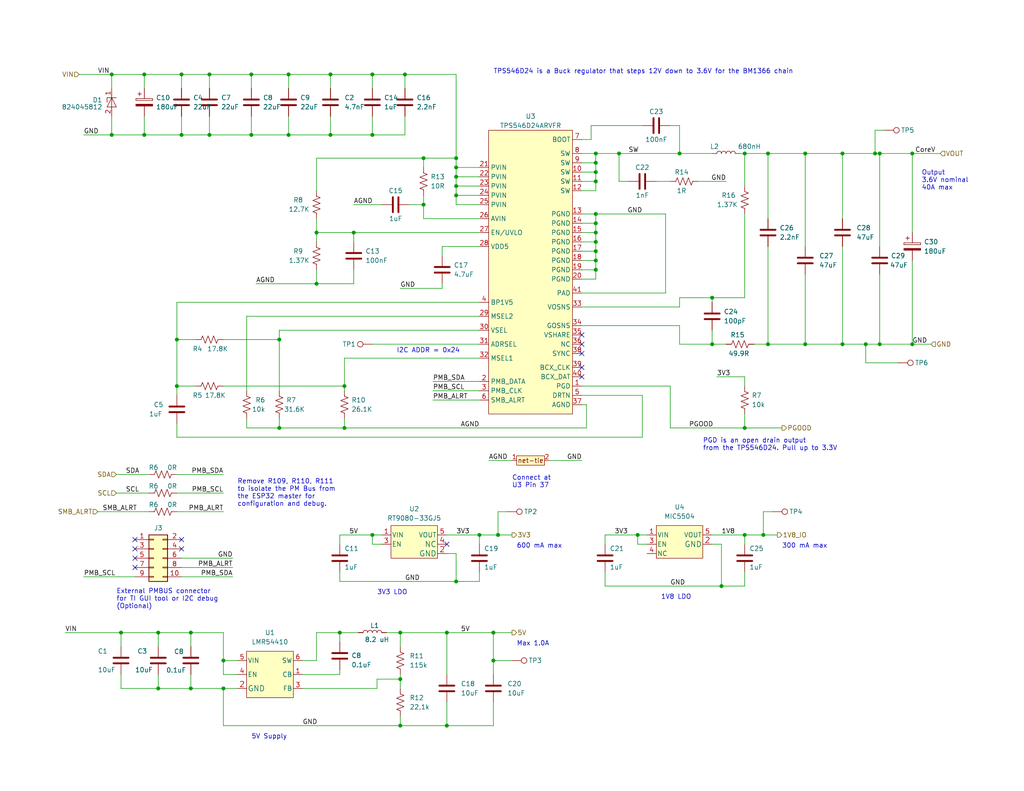
<source format=kicad_sch>
(kicad_sch (version 20231120) (generator "eeschema") (generator_version "8.0")
  (paper "A")
  (title_block (title "bitaxeHex") (date "2024-03-09") (rev "303"))
  (lib_symbols
    (symbol "Connector:TestPoint" (pin_numbers hide) (pin_names (offset 0.762) hide)
      (property "Reference" "TP" (at 0 6.858 0))
      (property "Value" "TestPoint" (at 0 5.08 0))
      (symbol "TestPoint_1_1"
        (pin passive line (at 0 0 90) (length 2.54) (name "1") (number "1"))
      )
    )
    (symbol "Connector_Generic:Conn_02x05_Odd_Even" (pin_names (offset 1.016) hide)
      (property "Reference" "J" (at 1.27 7.62 0))
      (property "Value" "Conn_02x05_Odd_Even" (at 1.27 -7.62 0))
      (symbol "Conn_02x05_Odd_Even_1_1"
        (pin passive line (at -5.08 5.08 0) (length 3.81) (name "Pin_1") (number "1"))
        (pin passive line (at 7.62 -5.08 180) (length 3.81) (name "Pin_10") (number "10"))
        (pin passive line (at 7.62 5.08 180) (length 3.81) (name "Pin_2") (number "2"))
        (pin passive line (at -5.08 2.54 0) (length 3.81) (name "Pin_3") (number "3"))
        (pin passive line (at 7.62 2.54 180) (length 3.81) (name "Pin_4") (number "4"))
        (pin passive line (at -5.08 0 0) (length 3.81) (name "Pin_5") (number "5"))
        (pin passive line (at 7.62 0 180) (length 3.81) (name "Pin_6") (number "6"))
        (pin passive line (at -5.08 -2.54 0) (length 3.81) (name "Pin_7") (number "7"))
        (pin passive line (at 7.62 -2.54 180) (length 3.81) (name "Pin_8") (number "8"))
        (pin passive line (at -5.08 -5.08 0) (length 3.81) (name "Pin_9") (number "9"))
      )
    )
    (symbol "Device:C" (pin_numbers hide) (pin_names (offset 0.254))
      (property "Reference" "C" (at 0.635 2.54 0))
      (property "Value" "C" (at 0.635 -2.54 0))
      (symbol "C_1_1"
        (pin passive line (at 0 3.81 270) (length 2.794) (name "~") (number "1"))
        (pin passive line (at 0 -3.81 90) (length 2.794) (name "~") (number "2"))
      )
    )
    (symbol "Device:C_Polarized" (pin_numbers hide) (pin_names (offset 0.254))
      (property "Reference" "C" (at 0.635 2.54 0))
      (property "Value" "C_Polarized" (at 0.635 -2.54 0))
      (symbol "C_Polarized_1_1"
        (pin passive line (at 0 3.81 270) (length 2.794) (name "~") (number "1"))
        (pin passive line (at 0 -3.81 90) (length 2.794) (name "~") (number "2"))
      )
    )
    (symbol "Device:L" (pin_numbers hide) (pin_names (offset 1.016) hide)
      (property "Reference" "L" (at -1.27 0 90))
      (property "Value" "L" (at 1.905 0 90))
      (symbol "L_1_1"
        (pin passive line (at 0 3.81 270) (length 1.27) (name "1") (number "1"))
        (pin passive line (at 0 -3.81 90) (length 1.27) (name "2") (number "2"))
      )
    )
    (symbol "Device:R_US" (pin_numbers hide) (pin_names (offset 0))
      (property "Reference" "R" (at 2.54 0 90))
      (property "Value" "R_US" (at -2.54 0 90))
      (symbol "R_US_1_1"
        (pin passive line (at 0 3.81 270) (length 1.27) (name "~") (number "1"))
        (pin passive line (at 0 -3.81 90) (length 1.27) (name "~") (number "2"))
      )
    )
    (symbol "bitaxe:824045812"
      (property "Reference" "D" (at 0 -4.826 0))
      (symbol "824045812_1_1"
        (pin input line (at -3.81 0 0) (length 2.54) (name "I/O") (number "1"))
        (pin output line (at 3.81 0 180) (length 2.54) (name "GND") (number "2"))
      )
    )
    (symbol "bitaxe:LMR54410" (pin_names (offset 0.254))
      (property "Reference" "U" (at -5.08 7.62 0))
      (property "Value" "LMR54410" (at 0 -7.62 0))
      (symbol "LMR54410_1_1"
        (pin input line (at 8.89 0 180) (length 2.54) (name "CB") (number "1"))
        (pin power_in line (at -8.89 -3.81 0) (length 2.54) (name "GND") (number "2"))
        (pin input line (at 8.89 -3.81 180) (length 2.54) (name "FB") (number "3"))
        (pin input line (at -8.89 0 0) (length 2.54) (name "EN") (number "4"))
        (pin power_in line (at -8.89 3.81 0) (length 2.54) (name "VIN") (number "5"))
        (pin output line (at 8.89 3.81 180) (length 2.54) (name "SW") (number "6"))
      )
    )
    (symbol "bitaxe:MIC5504" (pin_names (offset 0.254))
      (property "Reference" "U" (at -6.35 5.08 0))
      (property "Value" "MIC5504" (at 0 -6.35 0))
      (symbol "MIC5504_1_1"
        (pin power_in line (at -8.89 1.27 0) (length 2.54) (name "VIN") (number "1"))
        (pin power_in line (at 8.89 -1.27 180) (length 2.54) (name "GND") (number "2"))
        (pin input line (at -8.89 -1.27 0) (length 2.54) (name "EN") (number "3"))
        (pin input line (at -8.89 -3.81 0) (length 2.54) (name "NC") (number "4"))
        (pin output line (at 8.89 1.27 180) (length 2.54) (name "VOUT") (number "5"))
      )
    )
    (symbol "bitaxe:RT9080-33GJ5" (pin_names (offset 0.254))
      (property "Reference" "U2" (at 0 8.382 0))
      (property "Value" "RT9080-33GJ5" (at 0 5.842 0))
      (symbol "RT9080-33GJ5_1_1"
        (pin power_in line (at -8.89 1.27 0) (length 2.54) (name "VIN") (number "1"))
        (pin power_in line (at 8.89 -3.81 180) (length 2.54) (name "GND") (number "2"))
        (pin input line (at -8.89 -1.27 0) (length 2.54) (name "EN") (number "3"))
        (pin power_in line (at 8.89 -1.27 180) (length 2.54) (name "NC") (number "4"))
        (pin output line (at 8.89 1.27 180) (length 2.54) (name "VOUT") (number "5"))
      )
    )
    (symbol "bitaxe:TPS546D24"
      (property "Reference" "U" (at -7.62 43.18 0))
      (property "Value" "TPS546D24" (at 6.35 43.18 0))
      (symbol "TPS546D24_1_1"
        (pin input line (at 13.97 -27.94 180) (length 2.54) (name "PGD") (number "1"))
        (pin power_in line (at 13.97 30.48 180) (length 2.54) (name "SW") (number "10"))
        (pin output line (at 13.97 27.94 180) (length 2.54) (name "SW") (number "11"))
        (pin power_out line (at 13.97 25.4 180) (length 2.54) (name "SW") (number "12"))
        (pin output line (at 13.97 19.05 180) (length 2.54) (name "PGND") (number "13"))
        (pin output line (at 13.97 16.51 180) (length 2.54) (name "PGND") (number "14"))
        (pin input line (at 13.97 13.97 180) (length 2.54) (name "PGND") (number "15"))
        (pin input line (at 13.97 11.43 180) (length 2.54) (name "PGND") (number "16"))
        (pin power_in line (at 13.97 8.89 180) (length 2.54) (name "PGND") (number "17"))
        (pin input line (at 13.97 6.35 180) (length 2.54) (name "PGND") (number "18"))
        (pin input line (at 13.97 3.81 180) (length 2.54) (name "PGND") (number "19"))
        (pin input line (at -13.97 -26.67 0) (length 2.54) (name "PMB_DATA") (number "2"))
        (pin power_in line (at 13.97 1.27 180) (length 2.54) (name "PGND") (number "20"))
        (pin input line (at -13.97 31.75 0) (length 2.54) (name "PVIN") (number "21"))
        (pin input line (at -13.97 29.21 0) (length 2.54) (name "PVIN") (number "22"))
        (pin input line (at -13.97 26.67 0) (length 2.54) (name "PVIN") (number "23"))
        (pin input line (at -13.97 24.13 0) (length 2.54) (name "PVIN") (number "24"))
        (pin input line (at -13.97 21.59 0) (length 2.54) (name "PVIN") (number "25"))
        (pin input line (at -13.97 17.78 0) (length 2.54) (name "AVIN") (number "26"))
        (pin input line (at -13.97 13.97 0) (length 2.54) (name "EN/UVLO") (number "27"))
        (pin output line (at -13.97 10.16 0) (length 2.54) (name "VDD5") (number "28"))
        (pin power_in line (at -13.97 -8.89 0) (length 2.54) (name "MSEL2") (number "29"))
        (pin input line (at -13.97 -29.21 0) (length 2.54) (name "PMB_CLK") (number "3"))
        (pin power_in line (at -13.97 -12.7 0) (length 2.54) (name "VSEL") (number "30"))
        (pin output line (at -13.97 -16.51 0) (length 2.54) (name "ADRSEL") (number "31"))
        (pin power_out line (at -13.97 -20.32 0) (length 2.54) (name "MSEL1") (number "32"))
        (pin output line (at 13.97 -6.35 180) (length 2.54) (name "VOSNS") (number "33"))
        (pin output line (at 13.97 -11.43 180) (length 2.54) (name "GOSNS") (number "34"))
        (pin input line (at 13.97 -13.97 180) (length 2.54) (name "VSHARE") (number "35"))
        (pin input line (at 13.97 -16.51 180) (length 2.54) (name "NC") (number "36"))
        (pin power_in line (at 13.97 -33.02 180) (length 2.54) (name "AGND") (number "37"))
        (pin input line (at 13.97 -19.05 180) (length 2.54) (name "SYNC") (number "38"))
        (pin input line (at 13.97 -22.86 180) (length 2.54) (name "BCX_CLK") (number "39"))
        (pin input line (at -13.97 -5.08 0) (length 2.54) (name "BP1V5") (number "4"))
        (pin input line (at 13.97 -25.4 180) (length 2.54) (name "BCX_DAT") (number "40"))
        (pin power_in line (at 13.97 -2.54 180) (length 2.54) (name "PAD") (number "41"))
        (pin input line (at 13.97 -30.48 180) (length 2.54) (name "DRTN") (number "5"))
        (pin input line (at -13.97 -31.75 0) (length 2.54) (name "SMB_ALRT") (number "6"))
        (pin input line (at 13.97 39.37 180) (length 2.54) (name "BOOT") (number "7"))
        (pin output line (at 13.97 35.56 180) (length 2.54) (name "SW") (number "8"))
        (pin power_in line (at 13.97 33.02 180) (length 2.54) (name "SW") (number "9"))
      )
    )
    (symbol "bitaxe:net-tie"
      (symbol "net-tie_1_0"
        (pin bidirectional line (at -5.08 0 0) (length 1.27) (name "") (number "1"))
        (pin bidirectional line (at 5.08 0 180) (length 1.27) (name "") (number "2"))
      )
      (symbol "net-tie_1_1"
        (text "net-tie" (at 0 0 0) (effects (font (size 1.27 1.27))))
      )
    )
  )
  (junction (at 162.56 58.42))
  (junction (at 203.2 116.84))
  (junction (at 173.99 146.05))
  (junction (at 48.26 92.71))
  (junction (at 52.07 187.96))
  (junction (at 52.07 172.72))
  (junction (at 96.52 63.5))
  (junction (at 229.87 93.98))
  (junction (at 109.22 198.12))
  (junction (at 124.46 48.26))
  (junction (at 49.53 36.83))
  (junction (at 33.02 172.72))
  (junction (at 121.92 172.72))
  (junction (at 90.17 20.32))
  (junction (at 135.89 146.05))
  (junction (at 238.76 41.91))
  (junction (at 43.18 172.72))
  (junction (at 219.71 93.98))
  (junction (at 115.57 55.88))
  (junction (at 109.22 185.42))
  (junction (at 78.74 36.83))
  (junction (at 162.56 71.12))
  (junction (at 124.46 45.72))
  (junction (at 78.74 20.32))
  (junction (at 162.56 41.91))
  (junction (at 115.57 43.18))
  (junction (at 60.96 187.96))
  (junction (at 248.92 41.91))
  (junction (at 57.15 20.32))
  (junction (at 162.56 49.53))
  (junction (at 196.85 160.02))
  (junction (at 57.15 36.83))
  (junction (at 162.56 46.99))
  (junction (at 185.42 41.91))
  (junction (at 124.46 43.18))
  (junction (at 162.56 44.45))
  (junction (at 162.56 60.96))
  (junction (at 162.56 68.58))
  (junction (at 101.6 36.83))
  (junction (at 219.71 41.91))
  (junction (at 68.58 36.83))
  (junction (at 68.58 20.32))
  (junction (at 134.62 180.34))
  (junction (at 168.91 41.91))
  (junction (at 203.2 41.91))
  (junction (at 93.98 116.84))
  (junction (at 248.92 93.98))
  (junction (at 30.48 20.32))
  (junction (at 110.49 20.32))
  (junction (at 124.46 53.34))
  (junction (at 236.22 93.98))
  (junction (at 49.53 20.32))
  (junction (at 162.56 73.66))
  (junction (at 124.46 158.75))
  (junction (at 124.46 50.8))
  (junction (at 162.56 63.5))
  (junction (at 101.6 20.32))
  (junction (at 39.37 20.32))
  (junction (at 209.55 93.98))
  (junction (at 76.2 92.71))
  (junction (at 48.26 105.41))
  (junction (at 134.62 172.72))
  (junction (at 43.18 187.96))
  (junction (at 109.22 172.72))
  (junction (at 208.28 146.05))
  (junction (at 86.36 63.5))
  (junction (at 162.56 66.04))
  (junction (at 30.48 36.83))
  (junction (at 101.6 146.05))
  (junction (at 92.71 172.72))
  (junction (at 203.2 146.05))
  (junction (at 209.55 41.91))
  (junction (at 93.98 105.41))
  (junction (at 130.81 146.05))
  (junction (at 229.87 41.91))
  (junction (at 60.96 180.34))
  (junction (at 86.36 77.47))
  (junction (at 121.92 198.12))
  (junction (at 240.03 41.91))
  (junction (at 194.31 81.28))
  (junction (at 76.2 116.84))
  (junction (at 240.03 93.98))
  (junction (at 90.17 36.83))
  (junction (at 39.37 36.83))
  (junction (at 194.31 93.98))
  (no_connect (at 158.75 102.87))
  (no_connect (at 49.53 149.86))
  (no_connect (at 121.92 148.59))
  (no_connect (at 158.75 96.52))
  (no_connect (at 49.53 147.32))
  (no_connect (at 36.83 147.32))
  (no_connect (at 36.83 154.94))
  (no_connect (at 36.83 149.86))
  (no_connect (at 36.83 152.4))
  (no_connect (at 158.75 91.44))
  (no_connect (at 158.75 100.33))
  (no_connect (at 158.75 93.98))
  (wire (pts (xy 130.81 55.88) (xy 124.46 55.88)))
  (wire (pts (xy 162.56 71.12) (xy 162.56 73.66)))
  (wire (pts (xy 30.48 36.83) (xy 39.37 36.83)))
  (wire (pts (xy 203.2 146.05) (xy 208.28 146.05)))
  (wire (pts (xy 203.2 160.02) (xy 196.85 160.02)))
  (wire (pts (xy 173.99 148.59) (xy 173.99 146.05)))
  (wire (pts (xy 240.03 41.91) (xy 248.92 41.91)))
  (wire (pts (xy 22.86 157.48) (xy 36.83 157.48)))
  (wire (pts (xy 120.65 67.31) (xy 130.81 67.31)))
  (wire (pts (xy 203.2 146.05) (xy 203.2 148.59)))
  (wire (pts (xy 48.26 92.71) (xy 48.26 105.41)))
  (wire (pts (xy 57.15 20.32) (xy 49.53 20.32)))
  (wire (pts (xy 162.56 66.04) (xy 162.56 68.58)))
  (wire (pts (xy 158.75 60.96) (xy 162.56 60.96)))
  (wire (pts (xy 194.31 148.59) (xy 196.85 148.59)))
  (wire (pts (xy 158.75 80.01) (xy 181.61 80.01)))
  (wire (pts (xy 96.52 73.66) (xy 96.52 77.47)))
  (wire (pts (xy 96.52 63.5) (xy 86.36 63.5)))
  (wire (pts (xy 134.62 191.77) (xy 134.62 198.12)))
  (wire (pts (xy 240.03 41.91) (xy 240.03 67.31)))
  (wire (pts (xy 102.87 187.96) (xy 102.87 185.42)))
  (wire (pts (xy 158.75 83.82) (xy 185.42 83.82)))
  (wire (pts (xy 121.92 151.13) (xy 124.46 151.13)))
  (wire (pts (xy 158.75 52.07) (xy 162.56 52.07)))
  (wire (pts (xy 194.31 93.98) (xy 198.12 93.98)))
  (wire (pts (xy 165.1 146.05) (xy 173.99 146.05)))
  (wire (pts (xy 179.07 49.53) (xy 182.88 49.53)))
  (wire (pts (xy 185.42 88.9) (xy 185.42 93.98)))
  (wire (pts (xy 158.75 73.66) (xy 162.56 73.66)))
  (wire (pts (xy 49.53 31.75) (xy 49.53 36.83)))
  (wire (pts (xy 49.53 154.94) (xy 63.5 154.94)))
  (wire (pts (xy 203.2 41.91) (xy 209.55 41.91)))
  (wire (pts (xy 162.56 60.96) (xy 162.56 63.5)))
  (wire (pts (xy 33.02 172.72) (xy 33.02 176.53)))
  (wire (pts (xy 175.26 119.38) (xy 175.26 107.95)))
  (wire (pts (xy 43.18 172.72) (xy 52.07 172.72)))
  (wire (pts (xy 31.75 134.62) (xy 40.64 134.62)))
  (wire (pts (xy 52.07 172.72) (xy 52.07 176.53)))
  (wire (pts (xy 82.55 180.34) (xy 86.36 180.34)))
  (wire (pts (xy 121.92 172.72) (xy 109.22 172.72)))
  (wire (pts (xy 67.31 116.84) (xy 76.2 116.84)))
  (wire (pts (xy 158.75 38.1) (xy 161.29 38.1)))
  (wire (pts (xy 92.71 172.72) (xy 92.71 175.26)))
  (wire (pts (xy 162.56 52.07) (xy 162.56 49.53)))
  (wire (pts (xy 60.96 198.12) (xy 109.22 198.12)))
  (wire (pts (xy 133.35 125.73) (xy 139.7 125.73)))
  (wire (pts (xy 96.52 66.04) (xy 96.52 63.5)))
  (wire (pts (xy 48.26 105.41) (xy 53.34 105.41)))
  (wire (pts (xy 124.46 20.32) (xy 110.49 20.32)))
  (wire (pts (xy 60.96 105.41) (xy 93.98 105.41)))
  (wire (pts (xy 124.46 151.13) (xy 124.46 158.75)))
  (wire (pts (xy 203.2 41.91) (xy 203.2 50.8)))
  (wire (pts (xy 203.2 156.21) (xy 203.2 160.02)))
  (wire (pts (xy 109.22 184.15) (xy 109.22 185.42)))
  (wire (pts (xy 115.57 59.69) (xy 115.57 55.88)))
  (wire (pts (xy 60.96 187.96) (xy 52.07 187.96)))
  (wire (pts (xy 101.6 36.83) (xy 110.49 36.83)))
  (wire (pts (xy 138.43 139.7) (xy 135.89 139.7)))
  (wire (pts (xy 78.74 31.75) (xy 78.74 36.83)))
  (wire (pts (xy 26.67 139.7) (xy 40.64 139.7)))
  (wire (pts (xy 134.62 180.34) (xy 139.7 180.34)))
  (wire (pts (xy 67.31 114.3) (xy 67.31 116.84)))
  (wire (pts (xy 93.98 116.84) (xy 160.02 116.84)))
  (wire (pts (xy 219.71 41.91) (xy 219.71 67.31)))
  (wire (pts (xy 78.74 36.83) (xy 90.17 36.83)))
  (wire (pts (xy 39.37 20.32) (xy 49.53 20.32)))
  (wire (pts (xy 124.46 45.72) (xy 130.81 45.72)))
  (wire (pts (xy 33.02 187.96) (xy 33.02 184.15)))
  (wire (pts (xy 203.2 58.42) (xy 203.2 81.28)))
  (wire (pts (xy 121.92 191.77) (xy 121.92 198.12)))
  (wire (pts (xy 92.71 158.75) (xy 124.46 158.75)))
  (wire (pts (xy 229.87 67.31) (xy 229.87 93.98)))
  (wire (pts (xy 158.75 88.9) (xy 185.42 88.9)))
  (wire (pts (xy 48.26 139.7) (xy 60.96 139.7)))
  (wire (pts (xy 219.71 93.98) (xy 229.87 93.98)))
  (wire (pts (xy 48.26 92.71) (xy 53.34 92.71)))
  (wire (pts (xy 52.07 172.72) (xy 60.96 172.72)))
  (wire (pts (xy 168.91 41.91) (xy 185.42 41.91)))
  (wire (pts (xy 238.76 41.91) (xy 240.03 41.91)))
  (wire (pts (xy 124.46 48.26) (xy 130.81 48.26)))
  (wire (pts (xy 176.53 148.59) (xy 173.99 148.59)))
  (wire (pts (xy 115.57 53.34) (xy 115.57 55.88)))
  (wire (pts (xy 130.81 156.21) (xy 130.81 158.75)))
  (wire (pts (xy 210.82 139.7) (xy 208.28 139.7)))
  (wire (pts (xy 22.86 36.83) (xy 30.48 36.83)))
  (wire (pts (xy 115.57 43.18) (xy 124.46 43.18)))
  (wire (pts (xy 158.75 46.99) (xy 162.56 46.99)))
  (wire (pts (xy 158.75 71.12) (xy 162.56 71.12)))
  (wire (pts (xy 190.5 49.53) (xy 198.12 49.53)))
  (wire (pts (xy 240.03 93.98) (xy 248.92 93.98)))
  (wire (pts (xy 209.55 41.91) (xy 209.55 59.69)))
  (wire (pts (xy 86.36 52.07) (xy 86.36 43.18)))
  (wire (pts (xy 86.36 73.66) (xy 86.36 77.47)))
  (wire (pts (xy 78.74 20.32) (xy 68.58 20.32)))
  (wire (pts (xy 185.42 83.82) (xy 185.42 81.28)))
  (wire (pts (xy 240.03 74.93) (xy 240.03 93.98)))
  (wire (pts (xy 236.22 93.98) (xy 240.03 93.98)))
  (wire (pts (xy 82.55 184.15) (xy 92.71 184.15)))
  (wire (pts (xy 68.58 20.32) (xy 68.58 24.13)))
  (wire (pts (xy 60.96 180.34) (xy 60.96 172.72)))
  (wire (pts (xy 121.92 146.05) (xy 130.81 146.05)))
  (wire (pts (xy 162.56 44.45) (xy 162.56 41.91)))
  (wire (pts (xy 229.87 93.98) (xy 236.22 93.98)))
  (wire (pts (xy 68.58 36.83) (xy 78.74 36.83)))
  (wire (pts (xy 93.98 97.79) (xy 93.98 105.41)))
  (wire (pts (xy 93.98 97.79) (xy 130.81 97.79)))
  (wire (pts (xy 209.55 93.98) (xy 219.71 93.98)))
  (wire (pts (xy 134.62 172.72) (xy 134.62 180.34)))
  (wire (pts (xy 109.22 195.58) (xy 109.22 198.12)))
  (wire (pts (xy 43.18 187.96) (xy 33.02 187.96)))
  (wire (pts (xy 76.2 90.17) (xy 76.2 92.71)))
  (wire (pts (xy 185.42 93.98) (xy 194.31 93.98)))
  (wire (pts (xy 165.1 146.05) (xy 165.1 148.59)))
  (wire (pts (xy 238.76 35.56) (xy 238.76 41.91)))
  (wire (pts (xy 236.22 99.06) (xy 236.22 93.98)))
  (wire (pts (xy 229.87 41.91) (xy 238.76 41.91)))
  (wire (pts (xy 194.31 90.17) (xy 194.31 93.98)))
  (wire (pts (xy 90.17 36.83) (xy 101.6 36.83)))
  (wire (pts (xy 30.48 20.32) (xy 30.48 24.13)))
  (wire (pts (xy 90.17 20.32) (xy 78.74 20.32)))
  (wire (pts (xy 196.85 148.59) (xy 196.85 160.02)))
  (wire (pts (xy 182.88 105.41) (xy 182.88 116.84)))
  (wire (pts (xy 160.02 110.49) (xy 160.02 116.84)))
  (wire (pts (xy 219.71 74.93) (xy 219.71 93.98)))
  (wire (pts (xy 101.6 93.98) (xy 130.81 93.98)))
  (wire (pts (xy 182.88 116.84) (xy 203.2 116.84)))
  (wire (pts (xy 110.49 20.32) (xy 110.49 24.13)))
  (wire (pts (xy 118.11 104.14) (xy 130.81 104.14)))
  (wire (pts (xy 49.53 152.4) (xy 63.5 152.4)))
  (wire (pts (xy 124.46 20.32) (xy 124.46 43.18)))
  (wire (pts (xy 111.76 55.88) (xy 115.57 55.88)))
  (wire (pts (xy 135.89 146.05) (xy 139.7 146.05)))
  (wire (pts (xy 76.2 116.84) (xy 93.98 116.84)))
  (wire (pts (xy 86.36 59.69) (xy 86.36 63.5)))
  (wire (pts (xy 162.56 68.58) (xy 162.56 71.12)))
  (wire (pts (xy 120.65 77.47) (xy 120.65 78.74)))
  (wire (pts (xy 124.46 43.18) (xy 124.46 45.72)))
  (wire (pts (xy 78.74 20.32) (xy 78.74 24.13)))
  (wire (pts (xy 86.36 63.5) (xy 86.36 66.04)))
  (wire (pts (xy 124.46 50.8) (xy 130.81 50.8)))
  (wire (pts (xy 124.46 45.72) (xy 124.46 48.26)))
  (wire (pts (xy 162.56 46.99) (xy 162.56 44.45)))
  (wire (pts (xy 17.78 172.72) (xy 33.02 172.72)))
  (wire (pts (xy 158.75 105.41) (xy 182.88 105.41)))
  (wire (pts (xy 109.22 172.72) (xy 109.22 176.53)))
  (wire (pts (xy 43.18 187.96) (xy 43.18 184.15)))
  (wire (pts (xy 60.96 184.15) (xy 60.96 180.34)))
  (wire (pts (xy 48.26 129.54) (xy 60.96 129.54)))
  (wire (pts (xy 92.71 172.72) (xy 97.79 172.72)))
  (wire (pts (xy 30.48 31.75) (xy 30.48 36.83)))
  (wire (pts (xy 48.26 119.38) (xy 175.26 119.38)))
  (wire (pts (xy 135.89 139.7) (xy 135.89 146.05)))
  (wire (pts (xy 162.56 76.2) (xy 158.75 76.2)))
  (wire (pts (xy 64.77 184.15) (xy 60.96 184.15)))
  (wire (pts (xy 248.92 93.98) (xy 254 93.98)))
  (wire (pts (xy 48.26 134.62) (xy 60.96 134.62)))
  (wire (pts (xy 241.3 35.56) (xy 238.76 35.56)))
  (wire (pts (xy 134.62 180.34) (xy 134.62 184.15)))
  (wire (pts (xy 48.26 107.95) (xy 48.26 105.41)))
  (wire (pts (xy 76.2 90.17) (xy 130.81 90.17)))
  (wire (pts (xy 158.75 110.49) (xy 160.02 110.49)))
  (wire (pts (xy 248.92 41.91) (xy 256.54 41.91)))
  (wire (pts (xy 92.71 184.15) (xy 92.71 182.88)))
  (wire (pts (xy 248.92 71.12) (xy 248.92 93.98)))
  (wire (pts (xy 175.26 107.95) (xy 158.75 107.95)))
  (wire (pts (xy 134.62 198.12) (xy 121.92 198.12)))
  (wire (pts (xy 158.75 66.04) (xy 162.56 66.04)))
  (wire (pts (xy 96.52 55.88) (xy 104.14 55.88)))
  (wire (pts (xy 115.57 45.72) (xy 115.57 43.18)))
  (wire (pts (xy 101.6 20.32) (xy 90.17 20.32)))
  (wire (pts (xy 171.45 49.53) (xy 168.91 49.53)))
  (wire (pts (xy 68.58 20.32) (xy 57.15 20.32)))
  (wire (pts (xy 149.86 125.73) (xy 158.75 125.73)))
  (wire (pts (xy 203.2 81.28) (xy 194.31 81.28)))
  (wire (pts (xy 185.42 81.28) (xy 194.31 81.28)))
  (wire (pts (xy 110.49 20.32) (xy 101.6 20.32)))
  (wire (pts (xy 173.99 146.05) (xy 176.53 146.05)))
  (wire (pts (xy 124.46 53.34) (xy 130.81 53.34)))
  (wire (pts (xy 64.77 180.34) (xy 60.96 180.34)))
  (wire (pts (xy 196.85 160.02) (xy 165.1 160.02)))
  (wire (pts (xy 195.58 102.87) (xy 203.2 102.87)))
  (wire (pts (xy 161.29 34.29) (xy 175.26 34.29)))
  (wire (pts (xy 30.48 20.32) (xy 39.37 20.32)))
  (wire (pts (xy 48.26 82.55) (xy 130.81 82.55)))
  (wire (pts (xy 105.41 172.72) (xy 109.22 172.72)))
  (wire (pts (xy 124.46 48.26) (xy 124.46 50.8)))
  (wire (pts (xy 162.56 41.91) (xy 168.91 41.91)))
  (wire (pts (xy 208.28 139.7) (xy 208.28 146.05)))
  (wire (pts (xy 134.62 172.72) (xy 139.7 172.72)))
  (wire (pts (xy 86.36 172.72) (xy 92.71 172.72)))
  (wire (pts (xy 118.11 106.68) (xy 130.81 106.68)))
  (wire (pts (xy 120.65 69.85) (xy 120.65 67.31)))
  (wire (pts (xy 48.26 82.55) (xy 48.26 92.71)))
  (wire (pts (xy 102.87 185.42) (xy 109.22 185.42)))
  (wire (pts (xy 121.92 172.72) (xy 121.92 184.15)))
  (wire (pts (xy 52.07 187.96) (xy 43.18 187.96)))
  (wire (pts (xy 39.37 31.75) (xy 39.37 36.83)))
  (wire (pts (xy 209.55 41.91) (xy 219.71 41.91)))
  (wire (pts (xy 49.53 20.32) (xy 49.53 24.13)))
  (wire (pts (xy 121.92 172.72) (xy 134.62 172.72)))
  (wire (pts (xy 130.81 146.05) (xy 135.89 146.05)))
  (wire (pts (xy 162.56 41.91) (xy 158.75 41.91)))
  (wire (pts (xy 124.46 50.8) (xy 124.46 53.34)))
  (wire (pts (xy 67.31 86.36) (xy 130.81 86.36)))
  (wire (pts (xy 229.87 41.91) (xy 229.87 59.69)))
  (wire (pts (xy 245.11 99.06) (xy 236.22 99.06)))
  (wire (pts (xy 165.1 160.02) (xy 165.1 156.21)))
  (wire (pts (xy 201.93 41.91) (xy 203.2 41.91)))
  (wire (pts (xy 39.37 24.13) (xy 39.37 20.32)))
  (wire (pts (xy 124.46 53.34) (xy 124.46 55.88)))
  (wire (pts (xy 101.6 148.59) (xy 101.6 146.05)))
  (wire (pts (xy 185.42 41.91) (xy 194.31 41.91)))
  (wire (pts (xy 33.02 172.72) (xy 43.18 172.72)))
  (wire (pts (xy 67.31 86.36) (xy 67.31 106.68)))
  (wire (pts (xy 21.59 20.32) (xy 30.48 20.32)))
  (wire (pts (xy 203.2 116.84) (xy 213.36 116.84)))
  (wire (pts (xy 93.98 116.84) (xy 93.98 114.3)))
  (wire (pts (xy 69.85 77.47) (xy 86.36 77.47)))
  (wire (pts (xy 57.15 31.75) (xy 57.15 36.83)))
  (wire (pts (xy 205.74 93.98) (xy 209.55 93.98)))
  (wire (pts (xy 181.61 80.01) (xy 181.61 58.42)))
  (wire (pts (xy 158.75 63.5) (xy 162.56 63.5)))
  (wire (pts (xy 109.22 78.74) (xy 120.65 78.74)))
  (wire (pts (xy 124.46 158.75) (xy 130.81 158.75)))
  (wire (pts (xy 248.92 63.5) (xy 248.92 41.91)))
  (wire (pts (xy 168.91 49.53) (xy 168.91 41.91)))
  (wire (pts (xy 185.42 34.29) (xy 185.42 41.91)))
  (wire (pts (xy 31.75 129.54) (xy 40.64 129.54)))
  (wire (pts (xy 104.14 148.59) (xy 101.6 148.59)))
  (wire (pts (xy 203.2 105.41) (xy 203.2 102.87)))
  (wire (pts (xy 115.57 59.69) (xy 130.81 59.69)))
  (wire (pts (xy 76.2 114.3) (xy 76.2 116.84)))
  (wire (pts (xy 162.56 58.42) (xy 181.61 58.42)))
  (wire (pts (xy 118.11 109.22) (xy 130.81 109.22)))
  (wire (pts (xy 162.56 58.42) (xy 162.56 60.96)))
  (wire (pts (xy 219.71 41.91) (xy 229.87 41.91)))
  (wire (pts (xy 39.37 36.83) (xy 49.53 36.83)))
  (wire (pts (xy 162.56 49.53) (xy 162.56 46.99)))
  (wire (pts (xy 86.36 77.47) (xy 96.52 77.47)))
  (wire (pts (xy 158.75 44.45) (xy 162.56 44.45)))
  (wire (pts (xy 162.56 73.66) (xy 162.56 76.2)))
  (wire (pts (xy 90.17 31.75) (xy 90.17 36.83)))
  (wire (pts (xy 52.07 184.15) (xy 52.07 187.96)))
  (wire (pts (xy 43.18 172.72) (xy 43.18 176.53)))
  (wire (pts (xy 64.77 187.96) (xy 60.96 187.96)))
  (wire (pts (xy 92.71 146.05) (xy 92.71 148.59)))
  (wire (pts (xy 158.75 68.58) (xy 162.56 68.58)))
  (wire (pts (xy 158.75 49.53) (xy 162.56 49.53)))
  (wire (pts (xy 93.98 105.41) (xy 93.98 106.68)))
  (wire (pts (xy 203.2 113.03) (xy 203.2 116.84)))
  (wire (pts (xy 76.2 92.71) (xy 76.2 106.68)))
  (wire (pts (xy 57.15 20.32) (xy 57.15 24.13)))
  (wire (pts (xy 68.58 31.75) (xy 68.58 36.83)))
  (wire (pts (xy 130.81 146.05) (xy 130.81 148.59)))
  (wire (pts (xy 182.88 34.29) (xy 185.42 34.29)))
  (wire (pts (xy 96.52 63.5) (xy 130.81 63.5)))
  (wire (pts (xy 92.71 146.05) (xy 101.6 146.05)))
  (wire (pts (xy 109.22 185.42) (xy 109.22 187.96)))
  (wire (pts (xy 86.36 43.18) (xy 115.57 43.18)))
  (wire (pts (xy 82.55 187.96) (xy 102.87 187.96)))
  (wire (pts (xy 208.28 146.05) (xy 212.09 146.05)))
  (wire (pts (xy 60.96 92.71) (xy 76.2 92.71)))
  (wire (pts (xy 60.96 187.96) (xy 60.96 198.12)))
  (wire (pts (xy 86.36 180.34) (xy 86.36 172.72)))
  (wire (pts (xy 158.75 58.42) (xy 162.56 58.42)))
  (wire (pts (xy 49.53 36.83) (xy 57.15 36.83)))
  (wire (pts (xy 101.6 146.05) (xy 104.14 146.05)))
  (wire (pts (xy 209.55 67.31) (xy 209.55 93.98)))
  (wire (pts (xy 194.31 146.05) (xy 203.2 146.05)))
  (wire (pts (xy 49.53 157.48) (xy 63.5 157.48)))
  (wire (pts (xy 101.6 31.75) (xy 101.6 36.83)))
  (wire (pts (xy 161.29 38.1) (xy 161.29 34.29)))
  (wire (pts (xy 194.31 81.28) (xy 194.31 82.55)))
  (wire (pts (xy 110.49 36.83) (xy 110.49 31.75)))
  (wire (pts (xy 90.17 20.32) (xy 90.17 24.13)))
  (wire (pts (xy 57.15 36.83) (xy 68.58 36.83)))
  (wire (pts (xy 162.56 63.5) (xy 162.56 66.04)))
  (wire (pts (xy 121.92 198.12) (xy 109.22 198.12)))
  (wire (pts (xy 101.6 20.32) (xy 101.6 24.13)))
  (wire (pts (xy 48.26 115.57) (xy 48.26 119.38)))
  (wire (pts (xy 92.71 158.75) (xy 92.71 156.21)))
  (text "1V8 LDO" (at 180.34 163.83 0) (effects (font (size 1.27 1.27)) (justify left bottom)))
  (text "Output \n3.6V nominal\n40A max" (at 251.46 52.07 0) (effects (font (size 1.27 1.27)) (justify left bottom)))
  (text "TPS546D24 is a Buck regulator that steps 12V down to 3.6V for the BM1366 chain" (at 134.62 20.32 0) (effects (font (size 1.27 1.27)) (justify left bottom)))
  (text "3V3 LDO" (at 102.87 162.56 0) (effects (font (size 1.27 1.27)) (justify left bottom)))
  (text "300 mA max" (at 213.36 149.86 0) (effects (font (size 1.27 1.27)) (justify left bottom)))
  (text "Remove R109, R110, R111\nto isolate the PM Bus from\nthe ESP32 master for \nconfiguration and debug." (at 64.77 138.43 0) (effects (font (size 1.27 1.27)) (justify left bottom)))
  (text "Max 1.0A" (at 140.97 176.53 0) (effects (font (size 1.27 1.27)) (justify left bottom)))
  (text "Connect at\nU3 Pin 37" (at 139.7 133.35 0) (effects (font (size 1.27 1.27)) (justify left bottom)))
  (text "External PMBUS connector\nfor TI GUI tool or I2C debug\n(Optional)" (at 31.75 166.37 0) (effects (font (size 1.27 1.27)) (justify left bottom)))
  (text "600 mA max" (at 140.97 149.86 0) (effects (font (size 1.27 1.27)) (justify left bottom)))
  (text "5V Supply" (at 68.58 201.93 0) (effects (font (size 1.27 1.27)) (justify left bottom)))
  (text "PGD is an open drain output\nfrom the TPS546D24. Pull up to 3.3V" (at 191.77 123.19 0) (effects (font (size 1.27 1.27)) (justify left bottom)))
  (text "I2C ADDR = 0x24" (at 108.204 96.52 0) (effects (font (size 1.27 1.27)) (justify left bottom)))
  (label "SW" (at 171.45 41.91 0))
  (label "AGND" (at 133.35 125.73 0))
  (label "GND" (at 182.88 160.02 0))
  (label "CoreV" (at 255.27 41.91 180))
  (label "GND" (at 175.26 58.42 180))
  (label "GND" (at 158.75 125.73 180))
  (label "PMB_ALRT" (at 60.96 139.7 180))
  (label "PMB_ALRT" (at 63.5 154.94 180))
  (label "AGND" (at 130.81 116.84 180))
  (label "SDA" (at 34.29 129.54 0))
  (label "PGOOD" (at 187.96 116.84 0))
  (label "GND" (at 109.22 78.74 0))
  (label "1V8" (at 196.85 146.05 0))
  (label "5V" (at 95.25 146.05 0))
  (label "VIN" (at 26.67 20.32 0))
  (label "PMB_SDA" (at 60.96 129.54 180))
  (label "PMB_SCL" (at 22.86 157.48 0))
  (label "PMB_SCL" (at 118.11 106.68 0))
  (label "PMB_SDA" (at 63.5 157.48 180))
  (label "VIN" (at 17.78 172.72 0))
  (label "GND" (at 22.86 36.83 0))
  (label "3V3" (at 124.46 146.05 0))
  (label "AGND" (at 69.85 77.47 0))
  (label "GND" (at 82.55 198.12 0))
  (label "PMB_SCL" (at 60.96 134.62 180))
  (label "SCL" (at 34.29 134.62 0))
  (label "GND" (at 110.49 158.75 0))
  (label "GND" (at 248.92 93.98 0))
  (label "PMB_ALRT" (at 118.11 109.22 0))
  (label "SMB_ALRT" (at 27.94 139.7 0))
  (label "AGND" (at 96.52 55.88 0))
  (label "5V" (at 125.73 172.72 0))
  (label "GND" (at 63.5 152.4 180))
  (label "GND" (at 198.12 49.53 180))
  (label "PMB_SDA" (at 118.11 104.14 0))
  (label "3V3" (at 195.58 102.87 0))
  (label "3V3" (at 167.64 146.05 0))
  (hierarchical_label "3V3" (shape output) (at 139.7 146.05 0))
  (hierarchical_label "VIN" (shape input) (at 21.59 20.32 180))
  (hierarchical_label "SDA" (shape input) (at 31.75 129.54 180))
  (hierarchical_label "VOUT" (shape input) (at 256.54 41.91 0))
  (hierarchical_label "GND" (shape input) (at 254 93.98 0))
  (hierarchical_label "SCL" (shape input) (at 31.75 134.62 180))
  (hierarchical_label "1V8_IO" (shape output) (at 212.09 146.05 0))
  (hierarchical_label "SMB_ALRT" (shape input) (at 26.67 139.7 180))
  (hierarchical_label "5V" (shape output) (at 139.7 172.72 0))
  (hierarchical_label "PGOOD" (shape output) (at 213.36 116.84 0))
  (symbol (lib_id "Device:C") (at 179.07 34.29 90) (unit 1)
    (property "Reference" "C23" (at 179.07 30.48 90))
    (property "Value" "100nF" (at 179.07 38.1 90))
    (property "Footprint" "Capacitor_SMD:C_0805_2012Metric" (effects (hide yes)))
    (property "DK" "478-KGM21NR71E104KTCT-ND" (effects (hide yes)))
    (property "PARTNO" "KGM21NR71E104KT" (effects (hide yes)))
  )
  (symbol (lib_id "Device:C_Polarized") (at 248.92 67.31 0) (unit 1)
    (property "Reference" "C30" (at 252.095 66.04 0) (effects (justify left)))
    (property "Value" "180uF" (at 252.095 68.58 0) (effects (justify left)))
    (property "Footprint" "Capacitor_SMD:CP_Elec_6.3x5.9" (effects (hide yes)))
    (property "Datasheet" "https://industrial.panasonic.com/cdbs/www-data/pdf/AAB8000/AAB8000C177.pdf" (effects (hide yes)))
    (property "DK" "P16479CT-ND" (effects (hide yes)))
    (property "PARTNO" "16SVPF180M" (effects (hide yes)))
    (property "HEIGHT" "5.9mm" (effects (hide yes)))
  )
  (symbol (lib_id "Device:R_US") (at 44.45 139.7 90) (unit 1)
    (property "Reference" "R6" (at 41.91 137.795 90))
    (property "Value" "0R" (at 46.99 137.795 90))
    (property "Footprint" "Resistor_SMD:R_0402_1005Metric" (effects (hide yes)))
    (property "DK" "311-0.0JRCT-ND" (effects (hide yes)))
    (property "PARTNO" "RC0402JR-070RL" (effects (hide yes)))
    (instances (project "bm1397" (path "" (reference "R6") (unit 1))) (project "bitaxeHex" (path "" (reference "R3") (unit 1))))
  )
  (symbol (lib_id "Device:C") (at 92.71 179.07 0) (unit 1)
    (property "Reference" "C8" (at 95.885 179.705 0) (effects (justify left bottom)))
    (property "Value" "0.1uF" (at 95.885 182.245 0) (effects (justify left bottom)))
    (property "Footprint" "Capacitor_SMD:C_0402_1005Metric" (effects (hide yes)))
    (property "DK" "478-KGM05AR71C104KHCT-ND" (effects (hide yes)))
    (property "PARTNO" "KGM05AR71C104KH" (effects (hide yes)))
    (instances (project "bm1366" (path "" (reference "C8") (unit 1))) (project "bitaxeHex" (path "" (reference "C12") (unit 1))))
  )
  (symbol (lib_id "Device:L") (at 198.12 41.91 90) (unit 1)
    (property "Reference" "L2" (at 194.945 40.005 90))
    (property "Value" "680nH" (at 204.47 40.005 90))
    (property "Footprint" "Inductor_SMD:L_Coilcraft_XAL1010-XXX" (effects (hide yes)))
    (property "Datasheet" "https://www.coilcraft.com/getmedia/dd74e670-e705-456a-9a69-585fe02eaf3c/xal1010.pdf" (effects (hide yes)))
    (property "PARTNO" "XAL1010-681MED" (effects (hide yes)))
    (property "DK" "2457-XAL1010-681MED-ND" (effects (hide yes)))
    (property "Mouser" "994-XAL1010-681MED" (effects (hide yes)))
    (property "HEIGHT" "10mm" (effects (hide yes)))
  )
  (symbol (lib_id "Device:C") (at 203.2 152.4 0) (unit 1)
    (property "Reference" "C25" (at 204.47 150.495 0) (effects (justify left bottom)))
    (property "Value" "1uF" (at 204.47 155.575 0) (effects (justify left bottom)))
    (property "Footprint" "Capacitor_SMD:C_0402_1005Metric" (effects (hide yes)))
    (property "DK" "587-5514-1-ND" (effects (hide yes)))
    (property "PARTNO" "EMK105BJ105MV-F" (effects (hide yes)))
  )
  (symbol (lib_id "bitaxe:LMR54410") (at 73.66 184.15 0) (unit 1)
    (property "Reference" "U1" (at 73.66 172.72 0))
    (property "Value" "LMR54410" (at 73.66 175.26 0))
    (property "Footprint" "Package_TO_SOT_SMD:SOT-23-6" (effects (hide yes)))
    (property "Datasheet" "https://www.ti.com/lit/ds/symlink/lmr54406.pdf" (effects (hide yes)))
    (property "DK" "296-LMR54410DBVRCT-ND" (effects (hide yes)))
    (property "PARTNO" "LMR54410FDBVR" (effects (hide yes)))
  )
  (symbol (lib_id "Device:R_US") (at 44.45 129.54 90) (unit 1)
    (property "Reference" "R6" (at 41.91 127.635 90))
    (property "Value" "0R" (at 46.99 127.635 90))
    (property "Footprint" "Resistor_SMD:R_0402_1005Metric" (effects (hide yes)))
    (property "DK" "311-0.0JRCT-ND" (effects (hide yes)))
    (property "PARTNO" "RC0402JR-070RL" (effects (hide yes)))
    (instances (project "bm1397" (path "" (reference "R6") (unit 1))) (project "bitaxeHex" (path "" (reference "R1") (unit 1))))
  )
  (symbol (lib_id "Connector:TestPoint") (at 210.82 139.7 270) (mirror x) (unit 1) (in_bom no)
    (property "Reference" "TP4" (at 217.17 139.7 90))
    (property "Value" "TestPoint" (effects (hide yes)))
    (property "Footprint" "TestPoint:TestPoint_Pad_D1.0mm" (effects (hide yes)))
  )
  (symbol (lib_id "Device:C") (at 194.31 86.36 0) (unit 1)
    (property "Reference" "C24" (at 197.485 85.09 0) (effects (justify left)))
    (property "Value" "100pF" (at 197.485 87.63 0) (effects (justify left)))
    (property "Footprint" "Capacitor_SMD:C_0402_1005Metric" (effects (hide yes)))
    (property "DK" "732-7431-1-ND" (effects (hide yes)))
    (property "PARTNO" "885012005013" (effects (hide yes)))
  )
  (symbol (lib_id "Device:C") (at 134.62 187.96 0) (unit 1)
    (property "Reference" "C20" (at 138.43 186.69 0) (effects (justify left)))
    (property "Value" "10uF" (at 138.43 189.23 0) (effects (justify left)))
    (property "Footprint" "Capacitor_SMD:C_0805_2012Metric" (effects (hide yes)))
    (property "DK" "490-18664-1-ND" (effects (hide yes)))
    (property "PARTNO" "GRM21BR61H106ME43L" (effects (hide yes)))
  )
  (symbol (lib_id "Device:R_US") (at 201.93 93.98 90) (unit 1)
    (property "Reference" "R15" (at 203.2 91.44 90) (effects (justify left)))
    (property "Value" "49.9R" (at 204.47 96.52 90) (effects (justify left)))
    (property "Footprint" "Resistor_SMD:R_0402_1005Metric" (effects (hide yes)))
    (property "DK" "311-49.9LRCT-ND" (effects (hide yes)))
    (property "PARTNO" "RC0402FR-0749R9L" (effects (hide yes)))
  )
  (symbol (lib_id "Device:C") (at 219.71 71.12 0) (unit 1)
    (property "Reference" "C27" (at 223.52 69.85 0) (effects (justify left)))
    (property "Value" "47uF" (at 223.52 72.39 0) (effects (justify left)))
    (property "Footprint" "Capacitor_SMD:C_1210_3225Metric" (effects (hide yes)))
    (property "DK" "490-6539-1-ND" (effects (hide yes)))
    (property "PARTNO" "GRM32ER61C476KE15L" (effects (hide yes)))
  )
  (symbol (lib_id "Device:R_US") (at 186.69 49.53 90) (unit 1)
    (property "Reference" "R14" (at 187.96 46.99 90) (effects (justify left)))
    (property "Value" "1R" (at 187.325 52.07 90) (effects (justify left)))
    (property "Footprint" "Resistor_SMD:R_1206_3216Metric" (effects (hide yes)))
    (property "DK" "CSR1206FT1R00CT-ND" (effects (hide yes)))
    (property "PARTNO" "CSR1206FT1R00" (effects (hide yes)))
  )
  (symbol (lib_id "Device:R_US") (at 115.57 49.53 0) (unit 1)
    (property "Reference" "R13" (at 117.475 48.26 0) (effects (justify left)))
    (property "Value" "10R" (at 117.475 50.8 0) (effects (justify left)))
    (property "Footprint" "Resistor_SMD:R_0402_1005Metric" (effects (hide yes)))
    (property "DK" "311-10.0LRCT-ND" (effects (hide yes)))
    (property "PARTNO" "RC0402FR-0710RL" (effects (hide yes)))
  )
  (symbol (lib_id "Device:R_US") (at 44.45 134.62 90) (unit 1)
    (property "Reference" "R6" (at 41.91 132.715 90))
    (property "Value" "0R" (at 46.99 132.715 90))
    (property "Footprint" "Resistor_SMD:R_0402_1005Metric" (effects (hide yes)))
    (property "DK" "311-0.0JRCT-ND" (effects (hide yes)))
    (property "PARTNO" "RC0402JR-070RL" (effects (hide yes)))
    (instances (project "bm1397" (path "" (reference "R6") (unit 1))) (project "bitaxeHex" (path "" (reference "R2") (unit 1))))
  )
  (symbol (lib_id "bitaxe:MIC5504") (at 185.42 147.32 0) (unit 1)
    (property "Reference" "U4" (at 185.42 138.43 0))
    (property "Value" "MIC5504" (at 185.42 140.97 0))
    (property "Footprint" "Package_TO_SOT_SMD:SOT-23-5_HandSoldering" (effects (hide yes)))
    (property "Datasheet" "https://www.digikey.com/en/products/detail/microchip-technology/MIC5504-1-8YM5-TR/5209404" (effects (hide yes)))
    (property "DK" "576-4879-1-ND" (effects (hide yes)))
    (property "PARTNO" "MIC5504-1.8YM5-TR" (effects (hide yes)))
  )
  (symbol (lib_id "Device:C") (at 209.55 63.5 0) (unit 1)
    (property "Reference" "C26" (at 212.725 62.23 0) (effects (justify left)))
    (property "Value" "2.2nF" (at 212.725 64.77 0) (effects (justify left)))
    (property "Footprint" "Capacitor_SMD:C_0402_1005Metric" (effects (hide yes)))
    (property "DK" "490-8257-1-ND" (effects (hide yes)))
    (property "PARTNO" "GRM155R61H222KA01D" (effects (hide yes)))
  )
  (symbol (lib_id "Device:R_US") (at 57.15 105.41 90) (unit 1)
    (property "Reference" "R5" (at 55.245 107.95 90) (effects (justify left)))
    (property "Value" "17.8K" (at 61.595 107.95 90) (effects (justify left)))
    (property "Footprint" "Resistor_SMD:R_0402_1005Metric" (effects (hide yes)))
    (property "DK" "RMCF0402FT17K8CT-ND" (effects (hide yes)))
    (property "PARTNO" "RMCF0402FT17K8" (effects (hide yes)))
  )
  (symbol (lib_id "Connector:TestPoint") (at 241.3 35.56 270) (mirror x) (unit 1) (in_bom no)
    (property "Reference" "TP5" (at 247.65 35.56 90))
    (property "Value" "TestPoint" (effects (hide yes)))
    (property "Footprint" "TestPoint:TestPoint_Pad_D1.0mm" (effects (hide yes)))
  )
  (symbol (lib_id "Device:C") (at 110.49 27.94 0) (unit 1)
    (property "Reference" "C16" (at 113.665 26.67 0) (effects (justify left)))
    (property "Value" "2.2nF" (at 113.665 29.21 0) (effects (justify left)))
    (property "Footprint" "Capacitor_SMD:C_0402_1005Metric" (effects (hide yes)))
    (property "DK" "490-8257-1-ND" (effects (hide yes)))
    (property "PARTNO" "GRM155R61H222KA01D" (effects (hide yes)))
  )
  (symbol (lib_id "bitaxe:RT9080-33GJ5") (at 113.03 147.32 0) (unit 1)
    (property "Reference" "U2" (at 113.03 138.938 0))
    (property "Value" "RT9080-33GJ5" (at 113.03 141.478 0))
    (property "Footprint" "bitaxe:RT9080-33GJ5" (effects (hide yes)))
    (property "Datasheet" "https://www.richtek.com/assets/product_file/RT9080/DS9080-05.pdf" (effects (hide yes)))
    (property "DK" "1028-1509-1-ND" (effects (hide yes)))
    (property "PARTNO" "RT9080-33GJ5" (effects (hide yes)))
  )
  (symbol (lib_id "Device:R_US") (at 86.36 69.85 0) (unit 1)
    (property "Reference" "R9" (at 80.01 68.58 0) (effects (justify left)))
    (property "Value" "1.37K" (at 78.74 71.12 0) (effects (justify left)))
    (property "Footprint" "Resistor_SMD:R_0402_1005Metric" (effects (hide yes)))
    (property "DK" "YAG3035CT-ND" (effects (hide yes)))
    (property "PARTNO" "RC0402FR-071K37L" (effects (hide yes)))
  )
  (symbol (lib_id "Device:R_US") (at 109.22 191.77 0) (unit 1)
    (property "Reference" "R12" (at 111.76 190.5 0) (effects (justify left)))
    (property "Value" "22.1k" (at 111.76 193.04 0) (effects (justify left)))
    (property "Footprint" "Resistor_SMD:R_0402_1005Metric" (effects (hide yes)))
    (property "DK" "311-22.1KLRCT-ND" (effects (hide yes)))
    (property "PARTNO" "RC0402FR-0722K1L" (effects (hide yes)))
  )
  (symbol (lib_id "Connector:TestPoint") (at 138.43 139.7 270) (mirror x) (unit 1) (in_bom no)
    (property "Reference" "TP2" (at 144.78 139.7 90))
    (property "Value" "TestPoint" (effects (hide yes)))
    (property "Footprint" "TestPoint:TestPoint_Pad_D1.0mm" (effects (hide yes)))
  )
  (symbol (lib_id "bitaxe:net-tie") (at 144.78 125.73 0) (unit 1) (in_bom no)
    (property "Reference" "T1" (effects (hide yes)))
    (property "Value" "net-tie" (effects (hide yes)))
    (property "Footprint" "bitaxe:Net-Tie-0.25mm" (effects (hide yes)))
  )
  (symbol (lib_id "Device:C") (at 101.6 27.94 0) (unit 1)
    (property "Reference" "C14" (at 104.775 26.67 0) (effects (justify left)))
    (property "Value" "1uF" (at 104.775 29.21 0) (effects (justify left)))
    (property "Footprint" "Capacitor_SMD:C_0805_2012Metric" (effects (hide yes)))
    (property "DK" "587-1291-1-ND" (effects (hide yes)))
    (property "PARTNO" "TMK212BJ105KG-T" (effects (hide yes)))
  )
  (symbol (lib_id "Device:R_US") (at 76.2 110.49 0) (unit 1)
    (property "Reference" "R7" (at 78.105 109.22 0) (effects (justify left)))
    (property "Value" "31.6K" (at 77.47 111.76 0) (effects (justify left)))
    (property "Footprint" "Resistor_SMD:R_0402_1005Metric" (effects (hide yes)))
    (property "DK" "YAG3115CT-ND" (effects (hide yes)))
    (property "PARTNO" "RC0402FR-0731K6L" (effects (hide yes)))
  )
  (symbol (lib_id "Device:C") (at 165.1 152.4 0) (unit 1)
    (property "Reference" "C21" (at 166.37 150.495 0) (effects (justify left bottom)))
    (property "Value" "1uF" (at 166.37 155.575 0) (effects (justify left bottom)))
    (property "Footprint" "Capacitor_SMD:C_0402_1005Metric" (effects (hide yes)))
    (property "DK" "587-5514-1-ND" (effects (hide yes)))
    (property "PARTNO" "EMK105BJ105MV-F" (effects (hide yes)))
  )
  (symbol (lib_id "Device:R_US") (at 93.98 110.49 0) (unit 1)
    (property "Reference" "R10" (at 95.885 109.22 0) (effects (justify left)))
    (property "Value" "26.1K" (at 95.885 111.76 0) (effects (justify left)))
    (property "Footprint" "Resistor_SMD:R_0402_1005Metric" (effects (hide yes)))
    (property "DK" "311-26.1KLRCT-ND" (effects (hide yes)))
    (property "PARTNO" "RC0402FR-0726K1L" (effects (hide yes)))
  )
  (symbol (lib_id "Device:R_US") (at 109.22 180.34 0) (unit 1)
    (property "Reference" "R11" (at 111.76 179.07 0) (effects (justify left)))
    (property "Value" "115k" (at 111.76 181.61 0) (effects (justify left)))
    (property "Footprint" "Resistor_SMD:R_0402_1005Metric" (effects (hide yes)))
    (property "DK" "YAG2956CT-ND" (effects (hide yes)))
    (property "PARTNO" "RC0402FR-07115KL" (effects (hide yes)))
  )
  (symbol (lib_id "Device:C") (at 49.53 27.94 0) (unit 1)
    (property "Reference" "C4" (at 52.705 26.67 0) (effects (justify left)))
    (property "Value" "22uF" (at 52.705 29.21 0) (effects (justify left)))
    (property "Footprint" "Capacitor_SMD:C_1210_3225Metric" (effects (hide yes)))
    (property "DK" "490-3889-1-ND" (effects (hide yes)))
    (property "PARTNO" "GRM32ER61E226KE15L" (effects (hide yes)))
  )
  (symbol (lib_id "Device:R_US") (at 203.2 54.61 0) (unit 1)
    (property "Reference" "R16" (at 196.85 53.34 0) (effects (justify left)))
    (property "Value" "1.37K" (at 195.58 55.88 0) (effects (justify left)))
    (property "Footprint" "Resistor_SMD:R_0402_1005Metric" (effects (hide yes)))
    (property "DK" "YAG3035CT-ND" (effects (hide yes)))
    (property "PARTNO" "RC0402FR-071K37L" (effects (hide yes)))
  )
  (symbol (lib_id "Connector:TestPoint") (at 245.11 99.06 270) (mirror x) (unit 1) (in_bom no)
    (property "Reference" "TP6" (at 251.46 99.06 90))
    (property "Value" "TestPoint" (effects (hide yes)))
    (property "Footprint" "TestPoint:TestPoint_Pad_D1.0mm" (effects (hide yes)))
  )
  (symbol (lib_id "Device:C") (at 57.15 27.94 0) (unit 1)
    (property "Reference" "C7" (at 60.325 26.67 0) (effects (justify left)))
    (property "Value" "22uF" (at 60.325 29.21 0) (effects (justify left)))
    (property "Footprint" "Capacitor_SMD:C_1210_3225Metric" (effects (hide yes)))
    (property "DK" "490-3889-1-ND" (effects (hide yes)))
    (property "PARTNO" "GRM32ER61E226KE15L" (effects (hide yes)))
  )
  (symbol (lib_id "Device:C") (at 121.92 187.96 0) (unit 1)
    (property "Reference" "C18" (at 125.73 186.69 0) (effects (justify left)))
    (property "Value" "10uF" (at 125.73 189.23 0) (effects (justify left)))
    (property "Footprint" "Capacitor_SMD:C_0805_2012Metric" (effects (hide yes)))
    (property "DK" "490-18664-1-ND" (effects (hide yes)))
    (property "PARTNO" "GRM21BR61H106ME43L" (effects (hide yes)))
  )
  (symbol (lib_id "Device:L") (at 101.6 172.72 90) (unit 1)
    (property "Reference" "L1" (at 102.235 170.815 90))
    (property "Value" "8.2 uH" (at 102.87 174.625 90))
    (property "Footprint" "bitaxe:74438357082" (effects (hide yes)))
    (property "Datasheet" "https://www.we-online.com/components/products/datasheet/74438357082.pdf" (effects (hide yes)))
    (property "PARTNO" "78438357082" (effects (hide yes)))
    (property "DK" "732-11745-1-ND" (effects (hide yes)))
  )
  (symbol (lib_id "Device:R_US") (at 67.31 110.49 180) (unit 1)
    (property "Reference" "R6" (at 72.39 109.22 0) (effects (justify left)))
    (property "Value" "10k" (at 72.39 111.76 0) (effects (justify left)))
    (property "Footprint" "Resistor_SMD:R_0402_1005Metric" (effects (hide yes)))
    (property "DK" "RMCF0402FT10K0CT-ND" (effects (hide yes)))
    (property "PARTNO" "RMCF0402FT10K0" (effects (hide yes)))
  )
  (symbol (lib_id "bitaxe:824045812") (at 30.48 27.94 90) (mirror x) (unit 1)
    (property "Reference" "D1" (at 27.94 27.3049 90) (effects (justify left)))
    (property "Value" "824045812" (at 27.94 29.21 90) (effects (justify left)))
    (property "Footprint" "bitaxe:824045812" (effects (hide yes)))
    (property "JLC" "824045812" (effects (hide yes)))
  )
  (symbol (lib_id "Device:R_US") (at 203.2 109.22 180) (unit 1)
    (property "Reference" "R7" (at 205.105 107.95 0) (effects (justify right)))
    (property "Value" "10k" (at 205.105 110.49 0) (effects (justify right)))
    (property "Footprint" "Resistor_SMD:R_0402_1005Metric" (effects (hide yes)))
    (property "DK" "311-10KJRCT-ND" (effects (hide yes)))
    (property "PARTNO" "RC0402JR-0710KL" (effects (hide yes)))
    (instances (project "esp32" (path "" (reference "R7") (unit 1))) (project "bitaxeHex" (path "" (reference "R17") (unit 1))))
  )
  (symbol (lib_id "Device:R_US") (at 86.36 55.88 0) (unit 1)
    (property "Reference" "R8" (at 80.01 54.61 0) (effects (justify left)))
    (property "Value" "12.7K" (at 78.74 57.15 0) (effects (justify left)))
    (property "Footprint" "Resistor_SMD:R_0402_1005Metric" (effects (hide yes)))
    (property "DK" "YAG2964CT-ND" (effects (hide yes)))
    (property "PARTNO" "RC0402FR-0712K7L" (effects (hide yes)))
  )
  (symbol (lib_id "Device:C") (at 175.26 49.53 90) (unit 1)
    (property "Reference" "C22" (at 175.26 45.72 90))
    (property "Value" "1nF" (at 175.26 53.34 90))
    (property "Footprint" "Capacitor_SMD:C_0805_2012Metric" (effects (hide yes)))
    (property "DK" "311-1127-1-ND" (effects (hide yes)))
    (property "PARTNO" "CC0805KRX7R9BB102" (effects (hide yes)))
  )
  (symbol (lib_id "Device:C") (at 68.58 27.94 0) (unit 1)
    (property "Reference" "C8" (at 71.755 26.67 0) (effects (justify left)))
    (property "Value" "22uF" (at 71.755 29.21 0) (effects (justify left)))
    (property "Footprint" "Capacitor_SMD:C_1210_3225Metric" (effects (hide yes)))
    (property "DK" "490-3889-1-ND" (effects (hide yes)))
    (property "PARTNO" "GRM32ER61E226KE15L" (effects (hide yes)))
  )
  (symbol (lib_id "Device:C") (at 52.07 180.34 180) (unit 1)
    (property "Reference" "C8" (at 50.165 177.165 0) (effects (justify left bottom)))
    (property "Value" "0.1uF" (at 50.8 182.245 0) (effects (justify left bottom)))
    (property "Footprint" "Capacitor_SMD:C_0603_1608Metric" (effects (hide yes)))
    (property "DK" "478-KGM15BR71H104KTCT-ND" (effects (hide yes)))
    (property "PARTNO" "KGM15BR71H104KT" (effects (hide yes)))
    (instances (project "bm1366" (path "" (reference "C8") (unit 1))) (project "bitaxeHex" (path "" (reference "C6") (unit 1))))
  )
  (symbol (lib_id "Device:C") (at 107.95 55.88 90) (unit 1)
    (property "Reference" "C15" (at 107.95 52.07 90))
    (property "Value" "1uF" (at 107.95 59.69 90))
    (property "Footprint" "Capacitor_SMD:C_0805_2012Metric" (effects (hide yes)))
    (property "DK" "587-1291-1-ND" (effects (hide yes)))
    (property "PARTNO" "TMK212BJ105KG-T" (effects (hide yes)))
  )
  (symbol (lib_id "Device:C") (at 92.71 152.4 0) (unit 1)
    (property "Reference" "C11" (at 93.98 150.495 0) (effects (justify left bottom)))
    (property "Value" "1uF" (at 93.98 155.575 0) (effects (justify left bottom)))
    (property "Footprint" "Capacitor_SMD:C_0402_1005Metric" (effects (hide yes)))
    (property "DK" "587-5514-1-ND" (effects (hide yes)))
    (property "PARTNO" "EMK105BJ105MV-F" (effects (hide yes)))
  )
  (symbol (lib_id "Device:C_Polarized") (at 39.37 27.94 0) (unit 1)
    (property "Reference" "C10" (at 42.545 26.67 0) (effects (justify left)))
    (property "Value" "180uF" (at 42.545 29.21 0) (effects (justify left)))
    (property "Footprint" "Capacitor_SMD:CP_Elec_6.3x5.9" (effects (hide yes)))
    (property "Datasheet" "https://industrial.panasonic.com/cdbs/www-data/pdf/AAB8000/AAB8000C177.pdf" (effects (hide yes)))
    (property "DK" "P16479CT-ND" (effects (hide yes)))
    (property "PARTNO" "16SVPF180M" (effects (hide yes)))
    (property "HEIGHT" "5.9mm" (effects (hide yes)))
  )
  (symbol (lib_id "Connector_Generic:Conn_02x05_Odd_Even") (at 41.91 152.4 0) (unit 1)
    (property "Reference" "J3" (at 43.18 144.145 0))
    (property "Value" "Conn_02x05_Odd_Even" (effects (hide yes)))
    (property "Footprint" "Connector_PinHeader_2.54mm:PinHeader_2x05_P2.54mm_Vertical" (effects (hide yes)))
  )
  (symbol (lib_id "Device:C") (at 43.18 180.34 0) (unit 1)
    (property "Reference" "C3" (at 37.465 177.8 0) (effects (justify left)))
    (property "Value" "10uF" (at 36.83 182.88 0) (effects (justify left)))
    (property "Footprint" "Capacitor_SMD:C_0805_2012Metric" (effects (hide yes)))
    (property "DK" "490-18664-1-ND" (effects (hide yes)))
    (property "PARTNO" "GRM21BR61H106ME43L" (effects (hide yes)))
  )
  (symbol (lib_id "Device:C") (at 78.74 27.94 0) (unit 1)
    (property "Reference" "C9" (at 81.915 26.67 0) (effects (justify left)))
    (property "Value" "22uF" (at 81.915 29.21 0) (effects (justify left)))
    (property "Footprint" "Capacitor_SMD:C_1210_3225Metric" (effects (hide yes)))
    (property "DK" "490-3889-1-ND" (effects (hide yes)))
    (property "PARTNO" "GRM32ER61E226KE15L" (effects (hide yes)))
  )
  (symbol (lib_id "Device:C") (at 120.65 73.66 0) (unit 1)
    (property "Reference" "C17" (at 123.825 72.39 0) (effects (justify left)))
    (property "Value" "4.7uF" (at 123.825 74.93 0) (effects (justify left)))
    (property "Footprint" "Capacitor_SMD:C_0402_1005Metric" (effects (hide yes)))
    (property "DK" "490-14306-1-ND" (effects (hide yes)))
    (property "PARTNO" "GRM155R61A475MEAAD" (effects (hide yes)))
  )
  (symbol (lib_id "bitaxe:TPS546D24") (at 144.78 77.47 0) (unit 1)
    (property "Reference" "U3" (at 144.78 31.75 0))
    (property "Value" "TPS546D24ARVFR" (at 144.78 34.29 0))
    (property "Footprint" "bitaxe:LQFN40-CLIP" (effects (hide yes)))
    (property "Datasheet" "https://www.ti.com/lit/ds/symlink/tps546d24a.pdf" (effects (hide yes)))
    (property "DK" "296-TPS546D24ARVFRCT-ND" (effects (hide yes)))
    (property "PARTNO" "TPS546D24ARVFR" (effects (hide yes)))
  )
  (symbol (lib_id "Device:C") (at 90.17 27.94 0) (unit 1)
    (property "Reference" "C2" (at 93.98 26.6699 0) (effects (justify left)))
    (property "Value" "4.7nF" (at 93.98 29.2099 0) (effects (justify left)))
    (property "Footprint" "Capacitor_SMD:C_0402_1005Metric" (effects (hide yes)))
    (property "DK" "490-1309-1-ND" (effects (hide yes)))
    (property "PARTNO" "GRM155R71E472KA01D" (effects (hide yes)))
  )
  (symbol (lib_id "Device:C") (at 229.87 63.5 0) (unit 1)
    (property "Reference" "C28" (at 233.68 62.23 0) (effects (justify left)))
    (property "Value" "47uF" (at 233.68 64.77 0) (effects (justify left)))
    (property "Footprint" "Capacitor_SMD:C_1210_3225Metric" (effects (hide yes)))
    (property "DK" "490-6539-1-ND" (effects (hide yes)))
    (property "PARTNO" "GRM32ER61C476KE15L" (effects (hide yes)))
  )
  (symbol (lib_id "Device:C") (at 96.52 69.85 0) (unit 1)
    (property "Reference" "C13" (at 99.695 68.58 0) (effects (justify left)))
    (property "Value" "100nF" (at 99.695 71.12 0) (effects (justify left)))
    (property "Footprint" "Capacitor_SMD:C_0402_1005Metric" (effects (hide yes)))
    (property "DK" "490-6321-1-ND" (effects (hide yes)))
    (property "PARTNO" "GRM155R71A104KA01D" (effects (hide yes)))
  )
  (symbol (lib_id "Device:R_US") (at 57.15 92.71 90) (unit 1)
    (property "Reference" "R4" (at 55.245 95.25 90) (effects (justify left)))
    (property "Value" "17.8K" (at 62.23 95.25 90) (effects (justify left)))
    (property "Footprint" "Resistor_SMD:R_0402_1005Metric" (effects (hide yes)))
    (property "DK" "RMCF0402FT17K8CT-ND" (effects (hide yes)))
    (property "PARTNO" "RMCF0402FT17K8" (effects (hide yes)))
  )
  (symbol (lib_id "Device:C") (at 33.02 180.34 0) (unit 1)
    (property "Reference" "C1" (at 26.67 177.8 0) (effects (justify left)))
    (property "Value" "10uF" (at 26.67 182.88 0) (effects (justify left)))
    (property "Footprint" "Capacitor_SMD:C_0805_2012Metric" (effects (hide yes)))
    (property "DK" "490-18664-1-ND" (effects (hide yes)))
    (property "PARTNO" "GRM21BR61H106ME43L" (effects (hide yes)))
  )
  (symbol (lib_id "Device:C") (at 48.26 111.76 0) (unit 1)
    (property "Reference" "C5" (at 41.91 110.49 0) (effects (justify left)))
    (property "Value" "1uF" (at 40.64 113.03 0) (effects (justify left)))
    (property "Footprint" "Capacitor_SMD:C_0603_1608Metric" (effects (hide yes)))
    (property "DK" "490-1550-1-ND" (effects (hide yes)))
    (property "PARTNO" "GRM188R60J105KA01D" (effects (hide yes)))
  )
  (symbol (lib_id "Device:C") (at 130.81 152.4 0) (unit 1)
    (property "Reference" "C19" (at 132.08 150.495 0) (effects (justify left bottom)))
    (property "Value" "1uF" (at 132.08 155.575 0) (effects (justify left bottom)))
    (property "Footprint" "Capacitor_SMD:C_0402_1005Metric" (effects (hide yes)))
    (property "DK" "587-5514-1-ND" (effects (hide yes)))
    (property "PARTNO" "EMK105BJ105MV-F" (effects (hide yes)))
  )
  (symbol (lib_id "Connector:TestPoint") (at 101.6 93.98 90) (mirror x) (unit 1) (in_bom no)
    (property "Reference" "TP1" (at 95.25 93.98 90))
    (property "Value" "TestPoint" (effects (hide yes)))
    (property "Footprint" "bitaxe:TestPoint_Pad_D0.8mm" (effects (hide yes)))
  )
  (symbol (lib_id "Device:C") (at 240.03 71.12 0) (unit 1)
    (property "Reference" "C29" (at 243.078 69.85 0) (effects (justify left)))
    (property "Value" "47uF" (at 242.824 72.39 0) (effects (justify left)))
    (property "Footprint" "Capacitor_SMD:C_1210_3225Metric" (effects (hide yes)))
    (property "DK" "490-6539-1-ND" (effects (hide yes)))
    (property "PARTNO" "GRM32ER61C476KE15L" (effects (hide yes)))
  )
  (symbol (lib_id "Connector:TestPoint") (at 139.7 180.34 270) (mirror x) (unit 1) (in_bom no)
    (property "Reference" "TP3" (at 146.05 180.34 90))
    (property "Value" "TestPoint" (effects (hide yes)))
    (property "Footprint" "TestPoint:TestPoint_Pad_D1.0mm" (effects (hide yes)))
  )
)
</source>
